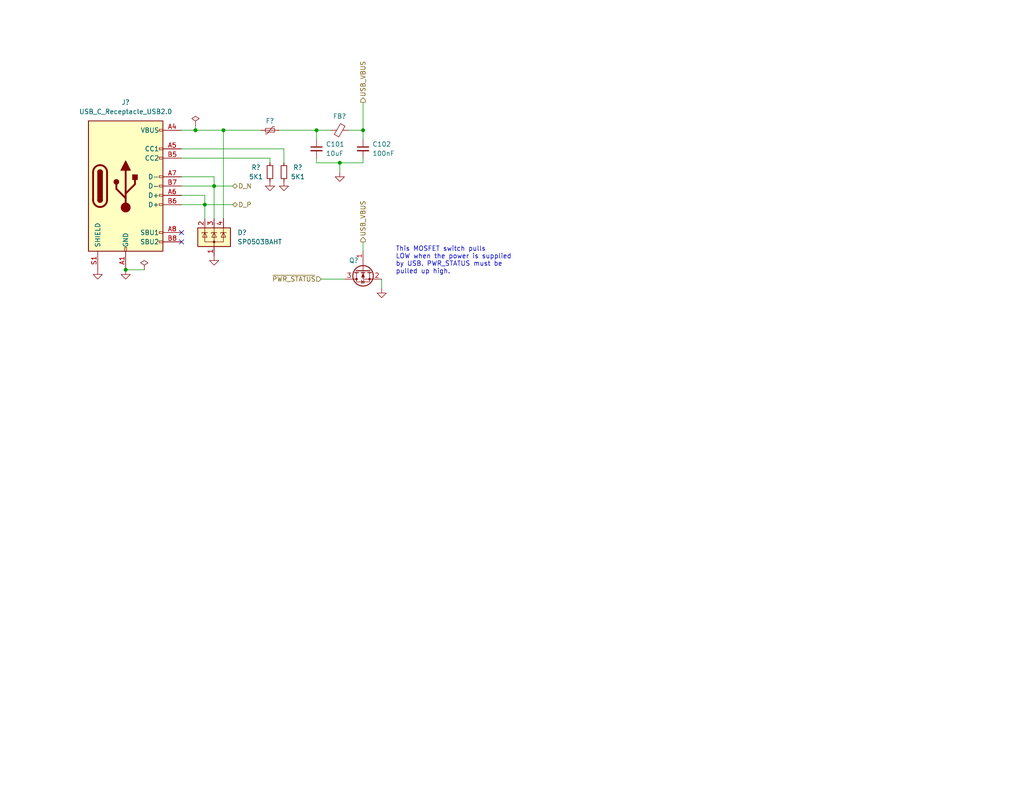
<source format=kicad_sch>
(kicad_sch (version 20230121) (generator eeschema)
  (paper "USLetter")
  (title_block (title "USB-C 2.0 / Power and Data") (date "2023-02-08") (rev "A") (company "Joshua Butler, MD, MHI"))
  (lib_symbols
    (symbol "Connector:USB_C_Receptacle_USB2.0" (pin_names (offset 1.016))
      (property "Reference" "J" (at -10.16 19.05 0))
      (property "Value" "USB_C_Receptacle_USB2.0" (at 19.05 19.05 0))
      (symbol "USB_C_Receptacle_USB2.0_0_0"
        (rectangle (start -0.254 -17.78) (end 0.254 -16.764))
        (rectangle (start 10.16 -14.986) (end 9.144 -15.494))
        (rectangle (start 10.16 -12.446) (end 9.144 -12.954))
        (rectangle (start 10.16 -4.826) (end 9.144 -5.334))
        (rectangle (start 10.16 -2.286) (end 9.144 -2.794))
        (rectangle (start 10.16 0.254) (end 9.144 -0.254))
        (rectangle (start 10.16 2.794) (end 9.144 2.286))
        (rectangle (start 10.16 7.874) (end 9.144 7.366))
        (rectangle (start 10.16 10.414) (end 9.144 9.906))
        (rectangle (start 10.16 15.494) (end 9.144 14.986))
      )
      (symbol "USB_C_Receptacle_USB2.0_0_1"
        (rectangle (start -10.16 17.78) (end 10.16 -17.78) (stroke (width 0.254)) (fill (type background)))
        (arc (start -8.89 -3.81) (mid -6.985 -5.7067) (end -5.08 -3.81) (stroke (width 0.508)))
        (arc (start -7.62 -3.81) (mid -6.985 -4.4423) (end -6.35 -3.81) (stroke (width 0.254)))
        (arc (start -7.62 -3.81) (mid -6.985 -4.4423) (end -6.35 -3.81) (stroke (width 0.254)) (fill (type outline)))
        (rectangle (start -7.62 -3.81) (end -6.35 3.81) (stroke (width 0.254)) (fill (type outline)))
        (arc (start -6.35 3.81) (mid -6.985 4.4423) (end -7.62 3.81) (stroke (width 0.254)))
        (arc (start -6.35 3.81) (mid -6.985 4.4423) (end -7.62 3.81) (stroke (width 0.254)) (fill (type outline)))
        (arc (start -5.08 3.81) (mid -6.985 5.7067) (end -8.89 3.81) (stroke (width 0.508)))
        (circle (center -2.54 1.143) (radius 0.635) (stroke (width 0.254)) (fill (type outline)))
        (circle (center 0 -5.842) (radius 1.27) (fill (type outline)))
        (polyline (pts (xy -8.89 -3.81) (xy -8.89 3.81)) (stroke (width 0.508)))
        (polyline (pts (xy -5.08 3.81) (xy -5.08 -3.81)) (stroke (width 0.508)))
        (polyline (pts (xy 0 -5.842) (xy 0 4.318)) (stroke (width 0.508)))
        (polyline (pts (xy 0 -3.302) (xy -2.54 -0.762) (xy -2.54 0.508)) (stroke (width 0.508)))
        (polyline (pts (xy 0 -2.032) (xy 2.54 0.508) (xy 2.54 1.778)) (stroke (width 0.508)))
        (polyline (pts (xy -1.27 4.318) (xy 0 6.858) (xy 1.27 4.318) (xy -1.27 4.318)) (stroke (width 0.254)) (fill (type outline)))
        (rectangle (start 1.905 1.778) (end 3.175 3.048) (stroke (width 0.254)) (fill (type outline)))
      )
      (symbol "USB_C_Receptacle_USB2.0_1_1"
        (pin passive line (at 0 -22.86 90) (length 5.08) (name "GND") (number "A1"))
        (pin passive line (at 0 -22.86 90) (length 5.08) hide (name "GND") (number "A12"))
        (pin passive line (at 15.24 15.24 180) (length 5.08) (name "VBUS") (number "A4"))
        (pin bidirectional line (at 15.24 10.16 180) (length 5.08) (name "CC1") (number "A5"))
        (pin bidirectional line (at 15.24 -2.54 180) (length 5.08) (name "D+") (number "A6"))
        (pin bidirectional line (at 15.24 2.54 180) (length 5.08) (name "D-") (number "A7"))
        (pin bidirectional line (at 15.24 -12.7 180) (length 5.08) (name "SBU1") (number "A8"))
        (pin passive line (at 15.24 15.24 180) (length 5.08) hide (name "VBUS") (number "A9"))
        (pin passive line (at 0 -22.86 90) (length 5.08) hide (name "GND") (number "B1"))
        (pin passive line (at 0 -22.86 90) (length 5.08) hide (name "GND") (number "B12"))
        (pin passive line (at 15.24 15.24 180) (length 5.08) hide (name "VBUS") (number "B4"))
        (pin bidirectional line (at 15.24 7.62 180) (length 5.08) (name "CC2") (number "B5"))
        (pin bidirectional line (at 15.24 -5.08 180) (length 5.08) (name "D+") (number "B6"))
        (pin bidirectional line (at 15.24 0 180) (length 5.08) (name "D-") (number "B7"))
        (pin bidirectional line (at 15.24 -15.24 180) (length 5.08) (name "SBU2") (number "B8"))
        (pin passive line (at 15.24 15.24 180) (length 5.08) hide (name "VBUS") (number "B9"))
        (pin passive line (at -7.62 -22.86 90) (length 5.08) (name "SHIELD") (number "S1"))
      )
    )
    (symbol "Device:C_Small" (pin_numbers hide) (pin_names (offset 0.254) hide)
      (property "Reference" "C" (at 0.254 1.778 0))
      (property "Value" "C_Small" (at 0.254 -2.032 0))
      (symbol "C_Small_0_1"
        (polyline (pts (xy -1.524 -0.508) (xy 1.524 -0.508)) (stroke (width 0.3302)))
        (polyline (pts (xy -1.524 0.508) (xy 1.524 0.508)) (stroke (width 0.3048)))
      )
      (symbol "C_Small_1_1"
        (pin passive line (at 0 2.54 270) (length 2.032) (name "~") (number "1"))
        (pin passive line (at 0 -2.54 90) (length 2.032) (name "~") (number "2"))
      )
    )
    (symbol "Device:FerriteBead_Small" (pin_numbers hide) (pin_names (offset 0))
      (property "Reference" "FB" (at 1.905 1.27 0))
      (property "Value" "FerriteBead_Small" (at 1.905 -1.27 0))
      (symbol "FerriteBead_Small_0_1"
        (polyline (pts (xy 0 -1.27) (xy 0 -0.7874)))
        (polyline (pts (xy 0 0.889) (xy 0 1.2954)))
        (polyline (pts (xy -1.8288 0.2794) (xy -1.1176 1.4986) (xy 1.8288 -0.2032) (xy 1.1176 -1.4224) (xy -1.8288 0.2794)))
      )
      (symbol "FerriteBead_Small_1_1"
        (pin passive line (at 0 2.54 270) (length 1.27) (name "~") (number "1"))
        (pin passive line (at 0 -2.54 90) (length 1.27) (name "~") (number "2"))
      )
    )
    (symbol "Device:Polyfuse_Small" (pin_numbers hide) (pin_names (offset 0))
      (property "Reference" "F" (at -1.905 0 90))
      (property "Value" "Polyfuse_Small" (at 1.905 0 90))
      (symbol "Polyfuse_Small_0_1"
        (rectangle (start -0.508 1.27) (end 0.508 -1.27))
        (polyline (pts (xy 0 2.54) (xy 0 -2.54)))
        (polyline (pts (xy -1.016 1.27) (xy -1.016 0.762) (xy 1.016 -0.762) (xy 1.016 -1.27)))
      )
      (symbol "Polyfuse_Small_1_1"
        (pin passive line (at 0 2.54 270) (length 0.635) (name "~") (number "1"))
        (pin passive line (at 0 -2.54 90) (length 0.635) (name "~") (number "2"))
      )
    )
    (symbol "Device:Q_NMOS_GSD" (pin_names (offset 0) hide)
      (property "Reference" "Q" (at 5.08 1.27 0))
      (property "Value" "Q_NMOS_GSD" (at 5.08 -1.27 0))
      (symbol "Q_NMOS_GSD_0_1"
        (polyline (pts (xy 0.254 0) (xy -2.54 0)))
        (polyline (pts (xy 0.254 1.905) (xy 0.254 -1.905)) (stroke (width 0.254)))
        (polyline (pts (xy 0.762 -1.27) (xy 0.762 -2.286)) (stroke (width 0.254)))
        (polyline (pts (xy 0.762 0.508) (xy 0.762 -0.508)) (stroke (width 0.254)))
        (polyline (pts (xy 0.762 2.286) (xy 0.762 1.27)) (stroke (width 0.254)))
        (polyline (pts (xy 2.54 2.54) (xy 2.54 1.778)))
        (polyline (pts (xy 2.54 -2.54) (xy 2.54 0) (xy 0.762 0)))
        (polyline (pts (xy 0.762 -1.778) (xy 3.302 -1.778) (xy 3.302 1.778) (xy 0.762 1.778)))
        (polyline (pts (xy 1.016 0) (xy 2.032 0.381) (xy 2.032 -0.381) (xy 1.016 0)) (fill (type outline)))
        (polyline (pts (xy 2.794 0.508) (xy 2.921 0.381) (xy 3.683 0.381) (xy 3.81 0.254)))
        (polyline (pts (xy 3.302 0.381) (xy 2.921 -0.254) (xy 3.683 -0.254) (xy 3.302 0.381)))
        (circle (center 1.651 0) (radius 2.794) (stroke (width 0.254)))
        (circle (center 2.54 -1.778) (radius 0.254) (fill (type outline)))
        (circle (center 2.54 1.778) (radius 0.254) (fill (type outline)))
      )
      (symbol "Q_NMOS_GSD_1_1"
        (pin input line (at -5.08 0 0) (length 2.54) (name "G") (number "1"))
        (pin passive line (at 2.54 -5.08 90) (length 2.54) (name "S") (number "2"))
        (pin passive line (at 2.54 5.08 270) (length 2.54) (name "D") (number "3"))
      )
    )
    (symbol "Device:R_Small" (pin_numbers hide) (pin_names (offset 0.254) hide)
      (property "Reference" "R" (at 0.762 0.508 0))
      (property "Value" "R_Small" (at 0.762 -1.016 0))
      (symbol "R_Small_0_1"
        (rectangle (start -0.762 1.778) (end 0.762 -1.778) (stroke (width 0.2032)))
      )
      (symbol "R_Small_1_1"
        (pin passive line (at 0 2.54 270) (length 0.762) (name "~") (number "1"))
        (pin passive line (at 0 -2.54 90) (length 0.762) (name "~") (number "2"))
      )
    )
    (symbol "Power_Protection:SP0503BAHT" (pin_names hide)
      (property "Reference" "D" (at 5.715 2.54 0))
      (property "Value" "SP0503BAHT" (at 5.715 0.635 0))
      (symbol "SP0503BAHT_0_0"
        (pin passive line (at 0 -5.08 90) (length 2.54) (name "A") (number "1"))
      )
      (symbol "SP0503BAHT_0_1"
        (rectangle (start -4.445 2.54) (end 4.445 -2.54) (stroke (width 0.254)) (fill (type background)))
        (circle (center 0 -1.27) (radius 0.254) (fill (type outline)))
        (polyline (pts (xy -2.54 2.54) (xy -2.54 1.27)))
        (polyline (pts (xy 0 -1.27) (xy 0 -2.54)))
        (polyline (pts (xy 0 -1.27) (xy 0 1.27)))
        (polyline (pts (xy 0 2.54) (xy 0 1.27)))
        (polyline (pts (xy 0.635 1.27) (xy 0.762 1.27)))
        (polyline (pts (xy 2.54 2.54) (xy 2.54 1.27)))
        (polyline (pts (xy 0.635 1.27) (xy -0.762 1.27) (xy -0.762 1.016)))
        (polyline (pts (xy -3.302 1.016) (xy -3.302 1.27) (xy -1.905 1.27) (xy -1.778 1.27)))
        (polyline (pts (xy -2.54 1.27) (xy -2.54 -1.27) (xy 2.54 -1.27) (xy 2.54 1.27)))
        (polyline (pts (xy -2.54 1.27) (xy -1.905 0) (xy -3.175 0) (xy -2.54 1.27)))
        (polyline (pts (xy 0.635 0) (xy -0.635 0) (xy 0 1.27) (xy 0.635 0)))
        (polyline (pts (xy 1.778 1.016) (xy 1.778 1.27) (xy 3.175 1.27) (xy 3.302 1.27)))
        (polyline (pts (xy 2.54 1.27) (xy 1.905 0) (xy 3.175 0) (xy 2.54 1.27)))
      )
      (symbol "SP0503BAHT_1_1"
        (pin passive line (at -2.54 5.08 270) (length 2.54) (name "K") (number "2"))
        (pin passive line (at 0 5.08 270) (length 2.54) (name "K") (number "3"))
        (pin passive line (at 2.54 5.08 270) (length 2.54) (name "K") (number "4"))
      )
    )
    (symbol "power:GND" (power) (pin_names (offset 0))
      (property "Value" "GND" (at 0 -3.81 0))
      (symbol "GND_0_1"
        (polyline (pts (xy 0 0) (xy 0 -1.27) (xy 1.27 -1.27) (xy 0 -2.54) (xy -1.27 -1.27) (xy 0 -1.27)))
      )
      (symbol "GND_1_1"
        (pin power_in line (at 0 0 270) (length 0) hide (name "GND") (number "1"))
      )
    )
    (symbol "power:PWR_FLAG" (power) (pin_numbers hide) (pin_names (offset 0) hide)
      (property "Value" "PWR_FLAG" (at 0 3.81 0))
      (symbol "PWR_FLAG_0_0"
        (pin power_out line (at 0 0 90) (length 0) (name "pwr") (number "1"))
      )
      (symbol "PWR_FLAG_0_1"
        (polyline (pts (xy 0 0) (xy 0 1.27) (xy -1.016 1.905) (xy 0 2.54) (xy 1.016 1.905) (xy 0 1.27)))
      )
    )
  )
  (junction (at 92.71 44.45))
  (junction (at 58.42 50.8))
  (junction (at 86.36 35.56))
  (junction (at 53.34 35.56))
  (junction (at 55.88 55.88))
  (junction (at 60.96 35.56))
  (junction (at 99.06 35.56))
  (junction (at 34.29 73.66))
  (no_connect (at 49.53 63.5))
  (no_connect (at 49.53 66.04))
  (wire (pts (xy 58.42 50.8) (xy 63.5 50.8)))
  (wire (pts (xy 99.06 27.94) (xy 99.06 35.56)))
  (wire (pts (xy 55.88 55.88) (xy 63.5 55.88)))
  (wire (pts (xy 99.06 44.45) (xy 99.06 43.18)))
  (wire (pts (xy 92.71 44.45) (xy 99.06 44.45)))
  (wire (pts (xy 58.42 50.8) (xy 58.42 59.69)))
  (wire (pts (xy 86.36 38.1) (xy 86.36 35.56)))
  (wire (pts (xy 49.53 50.8) (xy 58.42 50.8)))
  (wire (pts (xy 49.53 53.34) (xy 55.88 53.34)))
  (wire (pts (xy 77.47 40.64) (xy 77.47 44.45)))
  (wire (pts (xy 104.14 76.2) (xy 104.14 78.74)))
  (wire (pts (xy 53.34 35.56) (xy 60.96 35.56)))
  (wire (pts (xy 86.36 35.56) (xy 90.17 35.56)))
  (wire (pts (xy 49.53 55.88) (xy 55.88 55.88)))
  (wire (pts (xy 49.53 35.56) (xy 53.34 35.56)))
  (wire (pts (xy 60.96 35.56) (xy 60.96 59.69)))
  (wire (pts (xy 92.71 44.45) (xy 86.36 44.45)))
  (wire (pts (xy 58.42 48.26) (xy 58.42 50.8)))
  (wire (pts (xy 49.53 48.26) (xy 58.42 48.26)))
  (wire (pts (xy 55.88 55.88) (xy 55.88 59.69)))
  (wire (pts (xy 60.96 35.56) (xy 71.12 35.56)))
  (wire (pts (xy 99.06 35.56) (xy 95.25 35.56)))
  (wire (pts (xy 99.06 35.56) (xy 99.06 38.1)))
  (wire (pts (xy 49.53 40.64) (xy 77.47 40.64)))
  (wire (pts (xy 73.66 43.18) (xy 73.66 44.45)))
  (wire (pts (xy 53.34 34.29) (xy 53.34 35.56)))
  (wire (pts (xy 87.63 76.2) (xy 93.98 76.2)))
  (wire (pts (xy 86.36 44.45) (xy 86.36 43.18)))
  (wire (pts (xy 34.29 73.66) (xy 39.37 73.66)))
  (wire (pts (xy 55.88 53.34) (xy 55.88 55.88)))
  (wire (pts (xy 99.06 66.04) (xy 99.06 68.58)))
  (wire (pts (xy 92.71 46.99) (xy 92.71 44.45)))
  (wire (pts (xy 49.53 43.18) (xy 73.66 43.18)))
  (wire (pts (xy 76.2 35.56) (xy 86.36 35.56)))
  (text "This MOSFET switch pulls\nLOW when the power is supplied\nby USB. PWR_STATUS must be\npulled up high." (at 107.95 74.93 0) (effects (font (size 1.27 1.27)) (justify left bottom)))
  (hierarchical_label "D_P" (shape bidirectional) (at 63.5 55.88 0))
  (hierarchical_label "~{PWR_STATUS}" (shape input) (at 87.63 76.2 180))
  (hierarchical_label "D_N" (shape bidirectional) (at 63.5 50.8 0))
  (hierarchical_label "USB_VBUS" (shape output) (at 99.06 27.94 90))
  (hierarchical_label "USB_VBUS" (shape output) (at 99.06 66.04 90))
  (symbol (lib_id "power:GND") (at 73.66 49.53 0) (unit 1)
    (property "Reference" "#PWR?" (effects hide))
    (property "Value" "GND" (effects hide))
    (instances (project "arudino-clone" (path "" (reference "#PWR?") (unit 1)) (path "" (reference "#PWR0202") (unit 1))) (project "iot_playground" (path "" (reference "#PWR0202") (unit 1))))
  )
  (symbol (lib_id "Power_Protection:SP0503BAHT") (at 58.42 64.77 0) (unit 1)
    (property "Reference" "D?" (at 64.77 63.4999 0) (effects (justify left)))
    (property "Value" "SP0503BAHT" (at 64.77 66.0399 0) (effects (justify left)))
    (property "Footprint" "Package_TO_SOT_SMD:SOT-143" (effects hide))
    (property "Datasheet" "http://www.littelfuse.com/~/media/files/littelfuse/technical%20resources/documents/data%20sheets/sp05xxba.pdf" (effects hide))
    (property "LCSC" "C7074" (effects hide))
    (instances (project "arudino-clone" (path "" (reference "D?") (unit 1)) (path "" (reference "D201") (unit 1))) (project "iot_playground" (path "" (reference "D201") (unit 1))))
  )
  (symbol (lib_id "power:GND") (at 26.67 73.66 0) (unit 1)
    (property "Reference" "#PWR?" (effects hide))
    (property "Value" "GND" (effects hide))
    (instances (project "arudino-clone" (path "" (reference "#PWR?") (unit 1)) (path "" (reference "#PWR0205") (unit 1))) (project "iot_playground" (path "" (reference "#PWR0205") (unit 1))))
  )
  (symbol (lib_id "Connector:USB_C_Receptacle_USB2.0") (at 34.29 50.8 0) (unit 1)
    (property "Reference" "J?" (at 34.29 27.94 0))
    (property "Value" "USB_C_Receptacle_USB2.0" (at 34.29 30.48 0))
    (property "Footprint" "User Custom Footprint:USB_C_Receptable_918-418K2023S40001" (effects hide))
    (property "Datasheet" "https://www.usb.org/sites/default/files/documents/usb_type-c.zip" (effects hide))
    (property "LCSC" "C2982555" (effects hide))
    (instances (project "arudino-clone" (path "" (reference "J?") (unit 1)) (path "" (reference "J201") (unit 1))) (project "iot_playground" (path "" (reference "J201") (unit 1))))
  )
  (symbol (lib_id "power:GND") (at 104.14 78.74 0) (unit 1)
    (property "Reference" "#PWR0119" (effects hide))
    (property "Value" "GND" (effects hide))
    (instances (project "iot_playground" (path "" (reference "#PWR0119") (unit 1)) (path "" (reference "#PWR0207") (unit 1))))
  )
  (symbol (lib_id "Device:C_Small") (at 99.06 40.64 0) (unit 1)
    (property "Reference" "C102" (at 101.6 39.37 0) (effects (justify left)))
    (property "Value" "100nF" (at 101.6 41.91 0) (effects (justify left)))
    (property "Footprint" "Capacitor_SMD:C_0603_1608Metric" (effects hide))
    (property "LCSC" "C14663" (effects hide))
    (instances (project "arudino-clone" (path "" (reference "C102") (unit 1)) (path "" (reference "C202") (unit 1))) (project "iot_playground" (path "" (reference "C202") (unit 1))))
  )
  (symbol (lib_id "Device:FerriteBead_Small") (at 92.71 35.56 90) (unit 1)
    (property "Reference" "FB?" (at 92.6719 31.75 90))
    (property "Value" "FerriteBead_Small" (effects hide))
    (property "Footprint" "Resistor_SMD:R_0805_2012Metric" (effects hide))
    (property "LCSC" "C74487" (effects hide))
    (instances (project "arudino-clone" (path "" (reference "FB?") (unit 1)) (path "" (reference "FB201") (unit 1))) (project "iot_playground" (path "" (reference "FB201") (unit 1))))
  )
  (symbol (lib_id "Device:R_Small") (at 73.66 46.99 180) (unit 1)
    (property "Reference" "R?" (at 69.85 45.72 0))
    (property "Value" "5K1" (at 69.85 48.26 0))
    (property "Footprint" "Capacitor_SMD:C_0603_1608Metric" (effects hide))
    (property "LCSC" "C23186" (effects hide))
    (instances (project "arudino-clone" (path "" (reference "R?") (unit 1)) (path "" (reference "R201") (unit 1))) (project "iot_playground" (path "" (reference "R201") (unit 1))))
  )
  (symbol (lib_id "power:PWR_FLAG") (at 39.37 73.66 0) (unit 1)
    (property "Reference" "#FLG0202" (effects hide))
    (property "Value" "PWR_FLAG" (effects hide))
  )
  (symbol (lib_id "Device:R_Small") (at 77.47 46.99 0) (mirror x) (unit 1)
    (property "Reference" "R?" (at 81.28 45.72 0))
    (property "Value" "5K1" (at 81.28 48.26 0))
    (property "Footprint" "Capacitor_SMD:C_0603_1608Metric" (effects hide))
    (property "LCSC" "C23186" (effects hide))
    (instances (project "arudino-clone" (path "" (reference "R?") (unit 1)) (path "" (reference "R202") (unit 1))) (project "iot_playground" (path "" (reference "R202") (unit 1))))
  )
  (symbol (lib_id "power:GND") (at 34.29 73.66 0) (unit 1)
    (property "Reference" "#PWR?" (effects hide))
    (property "Value" "GND" (effects hide))
    (instances (project "arudino-clone" (path "" (reference "#PWR?") (unit 1)) (path "" (reference "#PWR0206") (unit 1))) (project "iot_playground" (path "" (reference "#PWR0206") (unit 1))))
  )
  (symbol (lib_id "power:GND") (at 77.47 49.53 0) (unit 1)
    (property "Reference" "#PWR?" (effects hide))
    (property "Value" "GND" (effects hide))
    (instances (project "arudino-clone" (path "" (reference "#PWR?") (unit 1)) (path "" (reference "#PWR0203") (unit 1))) (project "iot_playground" (path "" (reference "#PWR0203") (unit 1))))
  )
  (symbol (lib_id "Device:C_Small") (at 86.36 40.64 0) (unit 1)
    (property "Reference" "C101" (at 88.9 39.37 0) (effects (justify left)))
    (property "Value" "10uF" (at 88.9 41.91 0) (effects (justify left)))
    (property "Footprint" "Capacitor_SMD:C_0805_2012Metric" (effects hide))
    (property "LCSC" "C15850" (effects hide))
    (instances (project "arudino-clone" (path "" (reference "C101") (unit 1)) (path "" (reference "C201") (unit 1))) (project "iot_playground" (path "" (reference "C201") (unit 1))))
  )
  (symbol (lib_id "Device:Polyfuse_Small") (at 73.66 35.56 90) (unit 1)
    (property "Reference" "F?" (at 73.66 33.02 90))
    (property "Value" "Polyfuse_Small" (effects hide))
    (property "Footprint" "Fuse:Fuse_0603_1608Metric" (effects hide))
    (property "LCSC" "C2757930" (effects hide))
    (instances (project "arudino-clone" (path "" (reference "F?") (unit 1)) (path "" (reference "F201") (unit 1))) (project "iot_playground" (path "" (reference "F201") (unit 1))))
  )
  (symbol (lib_id "power:GND") (at 58.42 69.85 0) (unit 1)
    (property "Reference" "#PWR?" (effects hide))
    (property "Value" "GND" (effects hide))
    (instances (project "arudino-clone" (path "" (reference "#PWR?") (unit 1)) (path "" (reference "#PWR0204") (unit 1))) (project "iot_playground" (path "" (reference "#PWR0204") (unit 1))))
  )
  (symbol (lib_id "power:PWR_FLAG") (at 53.34 34.29 0) (unit 1)
    (property "Reference" "#FLG0201" (effects hide))
    (property "Value" "PWR_FLAG" (effects hide))
  )
  (symbol (lib_id "Device:Q_NMOS_GSD") (at 99.06 73.66 90) (mirror x) (unit 1)
    (property "Reference" "Q?" (at 96.52 71.12 90))
    (property "Value" "Q_NMOS_GSD" (effects hide))
    (property "Footprint" "Package_TO_SOT_SMD:SOT-23" (effects hide))
    (property "LCSC" "C20917" (effects hide))
    (instances (project "iot_playground" (path "" (reference "Q?") (unit 1)) (path "" (reference "Q201") (unit 1))))
  )
  (symbol (lib_id "power:GND") (at 92.71 46.99 0) (unit 1)
    (property "Reference" "#PWR?" (effects hide))
    (property "Value" "GND" (effects hide))
    (instances (project "arudino-clone" (path "" (reference "#PWR?") (unit 1)) (path "" (reference "#PWR0201") (unit 1))) (project "iot_playground" (path "" (reference "#PWR0201") (unit 1))))
  )
)
</source>
